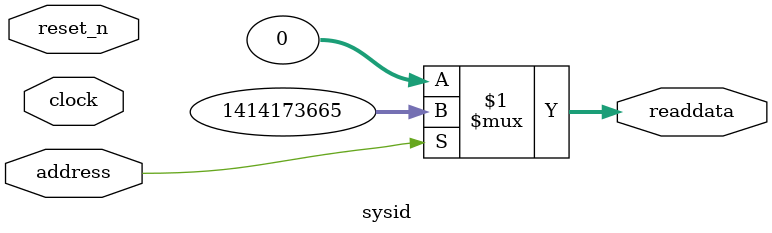
<source format=v>

`timescale 1ns / 1ps
// synthesis translate_on

// turn off superfluous verilog processor warnings 
// altera message_level Level1 
// altera message_off 10034 10035 10036 10037 10230 10240 10030 

module sysid (
               // inputs:
                address,
                clock,
                reset_n,

               // outputs:
                readdata
             )
;

  output  [ 31: 0] readdata;
  input            address;
  input            clock;
  input            reset_n;

  wire    [ 31: 0] readdata;
  //control_slave, which is an e_avalon_slave
  assign readdata = address ? 1414173665 : 0;

endmodule


</source>
